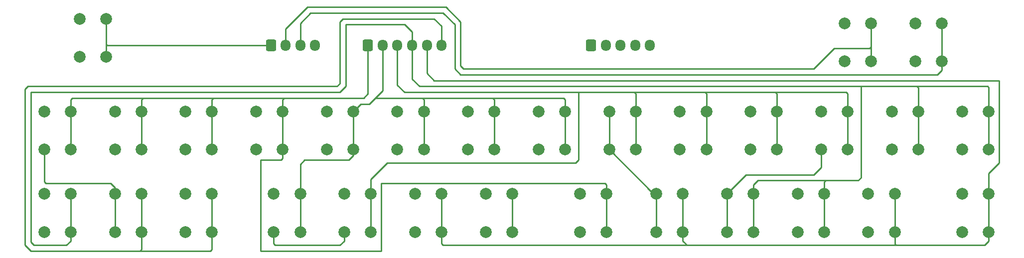
<source format=gbr>
%TF.GenerationSoftware,KiCad,Pcbnew,(6.0.8)*%
%TF.CreationDate,2022-12-29T22:24:49+02:00*%
%TF.ProjectId,mahjong_control_panel_small_with_service,6d61686a-6f6e-4675-9f63-6f6e74726f6c,rev?*%
%TF.SameCoordinates,Original*%
%TF.FileFunction,Copper,L1,Top*%
%TF.FilePolarity,Positive*%
%FSLAX46Y46*%
G04 Gerber Fmt 4.6, Leading zero omitted, Abs format (unit mm)*
G04 Created by KiCad (PCBNEW (6.0.8)) date 2022-12-29 22:24:49*
%MOMM*%
%LPD*%
G01*
G04 APERTURE LIST*
G04 Aperture macros list*
%AMRoundRect*
0 Rectangle with rounded corners*
0 $1 Rounding radius*
0 $2 $3 $4 $5 $6 $7 $8 $9 X,Y pos of 4 corners*
0 Add a 4 corners polygon primitive as box body*
4,1,4,$2,$3,$4,$5,$6,$7,$8,$9,$2,$3,0*
0 Add four circle primitives for the rounded corners*
1,1,$1+$1,$2,$3*
1,1,$1+$1,$4,$5*
1,1,$1+$1,$6,$7*
1,1,$1+$1,$8,$9*
0 Add four rect primitives between the rounded corners*
20,1,$1+$1,$2,$3,$4,$5,0*
20,1,$1+$1,$4,$5,$6,$7,0*
20,1,$1+$1,$6,$7,$8,$9,0*
20,1,$1+$1,$8,$9,$2,$3,0*%
G04 Aperture macros list end*
%TA.AperFunction,ComponentPad*%
%ADD10C,2.000000*%
%TD*%
%TA.AperFunction,ComponentPad*%
%ADD11RoundRect,0.250000X-0.600000X-0.725000X0.600000X-0.725000X0.600000X0.725000X-0.600000X0.725000X0*%
%TD*%
%TA.AperFunction,ComponentPad*%
%ADD12O,1.700000X1.950000*%
%TD*%
%TA.AperFunction,Conductor*%
%ADD13C,0.250000*%
%TD*%
G04 APERTURE END LIST*
D10*
%TO.P,LAST,1,C*%
%TO.N,COM4-7*%
X118750000Y-63250000D03*
X118750000Y-56750000D03*
%TO.P,LAST,2,D*%
%TO.N,KEY0-4*%
X123250000Y-56750000D03*
X123250000Y-63250000D03*
%TD*%
%TO.P,G,1,C*%
%TO.N,COM2-6*%
X99750000Y-42750000D03*
X99750000Y-49250000D03*
%TO.P,G,2,D*%
%TO.N,KEY1-5*%
X104250000Y-42750000D03*
X104250000Y-49250000D03*
%TD*%
%TO.P,WUP,1,C*%
%TO.N,COM4-7*%
X78750000Y-63250000D03*
X78750000Y-56750000D03*
%TO.P,WUP,2,D*%
%TO.N,KEY2-8*%
X83250000Y-56750000D03*
X83250000Y-63250000D03*
%TD*%
%TO.P,RON,1,C*%
%TO.N,COM2-6*%
X183750000Y-63250000D03*
X183750000Y-56750000D03*
%TO.P,RON,2,D*%
%TO.N,KEY4-11*%
X188250000Y-56750000D03*
X188250000Y-63250000D03*
%TD*%
%TO.P,A,1,C*%
%TO.N,COM0-3*%
X27750000Y-49250000D03*
X27750000Y-42750000D03*
%TO.P,A,2,D*%
%TO.N,KEY0-4*%
X32250000Y-49250000D03*
X32250000Y-42750000D03*
%TD*%
%TO.P,BIG,1,C*%
%TO.N,COM4-7*%
X90750000Y-56750000D03*
X90750000Y-63250000D03*
%TO.P,BIG,2,D*%
%TO.N,KEY4-11*%
X95250000Y-63250000D03*
X95250000Y-56750000D03*
%TD*%
%TO.P,H,1,C*%
%TO.N,COM3-10*%
X111750000Y-49250000D03*
X111750000Y-42750000D03*
%TO.P,H,2,D*%
%TO.N,KEY1-5*%
X116250000Y-42750000D03*
X116250000Y-49250000D03*
%TD*%
%TO.P,F.F.,1,C*%
%TO.N,COM4-7*%
X27750000Y-56750000D03*
X27750000Y-63250000D03*
%TO.P,F.F.,2,D*%
%TO.N,KEY3-9*%
X32250000Y-56750000D03*
X32250000Y-63250000D03*
%TD*%
D11*
%TO.P,J_3,1,Pin_1*%
%TO.N,Coin*%
X66250000Y-31475000D03*
D12*
%TO.P,J_3,2,Pin_2*%
%TO.N,Test*%
X68750000Y-31475000D03*
%TO.P,J_3,3,Pin_3*%
%TO.N,Service*%
X71250000Y-31475000D03*
%TO.P,J_3,4,Pin_4*%
%TO.N,GND*%
X73750000Y-31475000D03*
%TD*%
D10*
%TO.P,M,1,C*%
%TO.N,COM0-3*%
X171750000Y-42750000D03*
X171750000Y-49250000D03*
%TO.P,M,2,D*%
%TO.N,KEY3-9*%
X176250000Y-42750000D03*
X176250000Y-49250000D03*
%TD*%
%TO.P,TEST,1,C*%
%TO.N,GND*%
X163750000Y-34250000D03*
X163750000Y-27750000D03*
%TO.P,TEST,2,D*%
%TO.N,Test*%
X168250000Y-27750000D03*
X168250000Y-34250000D03*
%TD*%
%TO.P,SERVICE,1,C*%
%TO.N,GND*%
X175750000Y-34250000D03*
X175750000Y-27750000D03*
%TO.P,SERVICE,2,D*%
%TO.N,Service*%
X180250000Y-27750000D03*
X180250000Y-34250000D03*
%TD*%
%TO.P,CHI,1,C*%
%TO.N,COM2-6*%
X155750000Y-63250000D03*
X155750000Y-56750000D03*
%TO.P,CHI,2,D*%
%TO.N,KEY3-9*%
X160250000Y-63250000D03*
X160250000Y-56750000D03*
%TD*%
%TO.P,D,1,C*%
%TO.N,COM3-10*%
X63750000Y-49250000D03*
X63750000Y-42750000D03*
%TO.P,D,2,D*%
%TO.N,KEY0-4*%
X68250000Y-49250000D03*
X68250000Y-42750000D03*
%TD*%
%TO.P,K,1,C*%
%TO.N,COM2-6*%
X147750000Y-49250000D03*
X147750000Y-42750000D03*
%TO.P,K,2,D*%
%TO.N,KEY2-8*%
X152250000Y-49250000D03*
X152250000Y-42750000D03*
%TD*%
%TO.P,B,1,C*%
%TO.N,COM1-2*%
X39750000Y-49250000D03*
X39750000Y-42750000D03*
%TO.P,B,2,D*%
%TO.N,KEY0-4*%
X44250000Y-49250000D03*
X44250000Y-42750000D03*
%TD*%
%TO.P,N,1,C*%
%TO.N,COM1-2*%
X183750000Y-42750000D03*
X183750000Y-49250000D03*
%TO.P,N,2,D*%
%TO.N,KEY3-9*%
X188250000Y-42750000D03*
X188250000Y-49250000D03*
%TD*%
%TO.P,SMALL,1,C*%
%TO.N,COM4-7*%
X102750000Y-56750000D03*
X102750000Y-63250000D03*
%TO.P,SMALL,2,D*%
%TO.N,KEY5-1*%
X107250000Y-56750000D03*
X107250000Y-63250000D03*
%TD*%
%TO.P,START,1,C*%
%TO.N,COM0-3*%
X39750000Y-56750000D03*
X39750000Y-63250000D03*
%TO.P,START,2,D*%
%TO.N,KEY5-1*%
X44250000Y-63250000D03*
X44250000Y-56750000D03*
%TD*%
%TO.P,PON,1,C*%
%TO.N,COM3-10*%
X143750000Y-63250000D03*
X143750000Y-56750000D03*
%TO.P,PON,2,D*%
%TO.N,KEY3-9*%
X148250000Y-63250000D03*
X148250000Y-56750000D03*
%TD*%
D11*
%TO.P,KEY,1,Pin_1*%
%TO.N,KEY0-4*%
X82750000Y-31475000D03*
D12*
%TO.P,KEY,2,Pin_2*%
%TO.N,KEY1-5*%
X85250000Y-31475000D03*
%TO.P,KEY,3,Pin_3*%
%TO.N,KEY2-8*%
X87750000Y-31475000D03*
%TO.P,KEY,4,Pin_4*%
%TO.N,KEY3-9*%
X90250000Y-31475000D03*
%TO.P,KEY,5,Pin_5*%
%TO.N,KEY4-11*%
X92750000Y-31475000D03*
%TO.P,KEY,6,Pin_6*%
%TO.N,KEY5-1*%
X95250000Y-31475000D03*
%TD*%
D10*
%TO.P,TAKE,1,C*%
%TO.N,COM4-7*%
X66750000Y-63250000D03*
X66750000Y-56750000D03*
%TO.P,TAKE,2,D*%
%TO.N,KEY1-5*%
X71250000Y-63250000D03*
X71250000Y-56750000D03*
%TD*%
%TO.P,I,1,C*%
%TO.N,COM0-3*%
X123750000Y-42750000D03*
X123750000Y-49250000D03*
%TO.P,I,2,D*%
%TO.N,KEY2-8*%
X128250000Y-49250000D03*
X128250000Y-42750000D03*
%TD*%
%TO.P,COIN,1,C*%
%TO.N,GND*%
X33750000Y-33500000D03*
X33750000Y-27000000D03*
%TO.P,COIN,2,D*%
%TO.N,Coin*%
X38250000Y-27000000D03*
X38250000Y-33500000D03*
%TD*%
D11*
%TO.P,COM,1,Pin_1*%
%TO.N,COM0-3*%
X120650000Y-31500000D03*
D12*
%TO.P,COM,2,Pin_2*%
%TO.N,COM1-2*%
X123150000Y-31500000D03*
%TO.P,COM,3,Pin_3*%
%TO.N,COM2-6*%
X125650000Y-31500000D03*
%TO.P,COM,4,Pin_4*%
%TO.N,COM3-10*%
X128150000Y-31500000D03*
%TO.P,COM,5,Pin_5*%
%TO.N,COM4-7*%
X130650000Y-31500000D03*
%TD*%
D10*
%TO.P,BET,1,C*%
%TO.N,COM1-2*%
X51750000Y-63250000D03*
X51750000Y-56750000D03*
%TO.P,BET,2,D*%
%TO.N,KEY5-1*%
X56250000Y-63250000D03*
X56250000Y-56750000D03*
%TD*%
%TO.P,C,1,C*%
%TO.N,COM2-6*%
X51750000Y-42750000D03*
X51750000Y-49250000D03*
%TO.P,C,2,D*%
%TO.N,KEY0-4*%
X56250000Y-42750000D03*
X56250000Y-49250000D03*
%TD*%
%TO.P,F,1,C*%
%TO.N,COM1-2*%
X87750000Y-49250000D03*
X87750000Y-42750000D03*
%TO.P,F,2,D*%
%TO.N,KEY1-5*%
X92250000Y-49250000D03*
X92250000Y-42750000D03*
%TD*%
%TO.P,E,1,C*%
%TO.N,COM0-3*%
X75750000Y-42750000D03*
X75750000Y-49250000D03*
%TO.P,E,2,D*%
%TO.N,KEY1-5*%
X80250000Y-42750000D03*
X80250000Y-49250000D03*
%TD*%
%TO.P,J,1,C*%
%TO.N,COM1-2*%
X135750000Y-42750000D03*
X135750000Y-49250000D03*
%TO.P,J,2,D*%
%TO.N,KEY2-8*%
X140250000Y-42750000D03*
X140250000Y-49250000D03*
%TD*%
%TO.P,KAN,1,C*%
%TO.N,COM0-3*%
X131750000Y-56750000D03*
X131750000Y-63250000D03*
%TO.P,KAN,2,D*%
%TO.N,KEY4-11*%
X136250000Y-63250000D03*
X136250000Y-56750000D03*
%TD*%
%TO.P,RIICHI,1,C*%
%TO.N,COM1-2*%
X167750000Y-63250000D03*
X167750000Y-56750000D03*
%TO.P,RIICHI,2,D*%
%TO.N,KEY4-11*%
X172250000Y-63250000D03*
X172250000Y-56750000D03*
%TD*%
%TO.P,L,1,C*%
%TO.N,COM3-10*%
X159750000Y-42750000D03*
X159750000Y-49250000D03*
%TO.P,L,2,D*%
%TO.N,KEY2-8*%
X164250000Y-42750000D03*
X164250000Y-49250000D03*
%TD*%
D13*
%TO.N,Coin*%
X38475000Y-31475000D02*
X38250000Y-31250000D01*
X38250000Y-33500000D02*
X38250000Y-31250000D01*
X38250000Y-31250000D02*
X38250000Y-27000000D01*
X66250000Y-31475000D02*
X38475000Y-31475000D01*
%TO.N,Test*%
X162000000Y-32000000D02*
X158500000Y-35500000D01*
X168000000Y-32000000D02*
X162000000Y-32000000D01*
X68750000Y-28750000D02*
X68750000Y-31475000D01*
X72500000Y-25000000D02*
X68750000Y-28750000D01*
X168250000Y-31750000D02*
X168000000Y-32000000D01*
X168250000Y-27750000D02*
X168250000Y-31750000D01*
X98500000Y-27500000D02*
X96000000Y-25000000D01*
X96000000Y-25000000D02*
X72500000Y-25000000D01*
X158500000Y-35500000D02*
X99000000Y-35500000D01*
X168250000Y-31750000D02*
X168250000Y-34250000D01*
X99000000Y-35500000D02*
X98500000Y-35000000D01*
X98500000Y-35000000D02*
X98500000Y-27500000D01*
%TO.N,KEY5-1*%
X44250000Y-66250000D02*
X44000000Y-66500000D01*
X78000000Y-27500000D02*
X78500000Y-27000000D01*
X56250000Y-56750000D02*
X56250000Y-63250000D01*
X44250000Y-56750000D02*
X44250000Y-63250000D01*
X56250000Y-66250000D02*
X56000000Y-66500000D01*
X25500000Y-66500000D02*
X24500000Y-65500000D01*
X24500000Y-39000000D02*
X25000000Y-38500000D01*
X78000000Y-38000000D02*
X78000000Y-27500000D01*
X44250000Y-63250000D02*
X44250000Y-66250000D01*
X44000000Y-66500000D02*
X25500000Y-66500000D01*
X25000000Y-38500000D02*
X77500000Y-38500000D01*
X107250000Y-63250000D02*
X107250000Y-56750000D01*
X95250000Y-28250000D02*
X95250000Y-31475000D01*
X56000000Y-66500000D02*
X44000000Y-66500000D01*
X77500000Y-38500000D02*
X78000000Y-38000000D01*
X78500000Y-27000000D02*
X94000000Y-27000000D01*
X56250000Y-63250000D02*
X56250000Y-66250000D01*
X94000000Y-27000000D02*
X95250000Y-28250000D01*
X24500000Y-65500000D02*
X24500000Y-39000000D01*
%TO.N,KEY4-11*%
X172250000Y-65250000D02*
X172500000Y-65500000D01*
X95250000Y-63250000D02*
X95250000Y-65250000D01*
X188250000Y-63250000D02*
X188250000Y-56750000D01*
X188250000Y-56750000D02*
X188250000Y-53250000D01*
X138000000Y-65500000D02*
X172500000Y-65500000D01*
X172500000Y-65500000D02*
X187500000Y-65500000D01*
X187500000Y-65500000D02*
X188250000Y-64750000D01*
X95500000Y-65500000D02*
X138000000Y-65500000D01*
X95250000Y-56750000D02*
X95250000Y-63250000D01*
X136250000Y-56750000D02*
X136250000Y-63250000D01*
X137000000Y-65500000D02*
X138000000Y-65500000D01*
X188250000Y-53250000D02*
X190000000Y-51500000D01*
X190000000Y-51500000D02*
X190000000Y-37500000D01*
X94000000Y-37500000D02*
X92750000Y-36250000D01*
X188250000Y-64750000D02*
X188250000Y-63250000D01*
X92750000Y-36250000D02*
X92750000Y-31475000D01*
X95250000Y-65250000D02*
X95500000Y-65500000D01*
X136250000Y-64750000D02*
X137000000Y-65500000D01*
X172250000Y-56750000D02*
X172250000Y-63250000D01*
X136250000Y-63250000D02*
X136250000Y-64750000D01*
X172250000Y-63250000D02*
X172250000Y-65250000D01*
X190000000Y-37500000D02*
X94000000Y-37500000D01*
%TO.N,KEY3-9*%
X160250000Y-56750000D02*
X160250000Y-54750000D01*
X176250000Y-38750000D02*
X176000000Y-38500000D01*
X160250000Y-63250000D02*
X160250000Y-56750000D01*
X79000000Y-38500000D02*
X79000000Y-28000000D01*
X78000000Y-39500000D02*
X79000000Y-38500000D01*
X160250000Y-54750000D02*
X160500000Y-54500000D01*
X188250000Y-49250000D02*
X188250000Y-42750000D01*
X90250000Y-37250000D02*
X90250000Y-31475000D01*
X25500000Y-65000000D02*
X25500000Y-39500000D01*
X31500000Y-65500000D02*
X26000000Y-65500000D01*
X188250000Y-42750000D02*
X188250000Y-38750000D01*
X26000000Y-65500000D02*
X25500000Y-65000000D01*
X188000000Y-38500000D02*
X172000000Y-38500000D01*
X160500000Y-54500000D02*
X166000000Y-54500000D01*
X79000000Y-28000000D02*
X89000000Y-28000000D01*
X91500000Y-38500000D02*
X90250000Y-37250000D01*
X32250000Y-56750000D02*
X32250000Y-63250000D01*
X148250000Y-63250000D02*
X148250000Y-56750000D01*
X188250000Y-38750000D02*
X188000000Y-38500000D01*
X32250000Y-63250000D02*
X32250000Y-64750000D01*
X166500000Y-54000000D02*
X166500000Y-38500000D01*
X25500000Y-39500000D02*
X78000000Y-39500000D01*
X176250000Y-42750000D02*
X176250000Y-38750000D01*
X148250000Y-55250000D02*
X149000000Y-54500000D01*
X166000000Y-54500000D02*
X166500000Y-54000000D01*
X166500000Y-38500000D02*
X91500000Y-38500000D01*
X176250000Y-49250000D02*
X176250000Y-42750000D01*
X90250000Y-29250000D02*
X90250000Y-31475000D01*
X148250000Y-56750000D02*
X148250000Y-55250000D01*
X32250000Y-64750000D02*
X31500000Y-65500000D01*
X176000000Y-38500000D02*
X166500000Y-38500000D01*
X89000000Y-28000000D02*
X90250000Y-29250000D01*
X149000000Y-54500000D02*
X160500000Y-54500000D01*
%TO.N,KEY2-8*%
X126000000Y-39500000D02*
X118500000Y-39500000D01*
X118000000Y-51500000D02*
X118500000Y-51000000D01*
X140250000Y-49250000D02*
X140250000Y-42750000D01*
X86000000Y-51500000D02*
X118000000Y-51500000D01*
X128250000Y-42750000D02*
X128250000Y-39750000D01*
X152250000Y-49250000D02*
X152250000Y-42750000D01*
X83250000Y-63250000D02*
X83250000Y-56750000D01*
X128000000Y-39500000D02*
X126000000Y-39500000D01*
X140250000Y-42750000D02*
X140250000Y-39750000D01*
X150000000Y-39500000D02*
X136000000Y-39500000D01*
X164250000Y-49250000D02*
X164250000Y-42750000D01*
X152000000Y-39500000D02*
X150000000Y-39500000D01*
X140000000Y-39500000D02*
X136000000Y-39500000D01*
X152250000Y-39750000D02*
X152000000Y-39500000D01*
X89000000Y-39500000D02*
X87750000Y-38250000D01*
X118500000Y-51000000D02*
X118500000Y-39500000D01*
X140250000Y-39750000D02*
X140000000Y-39500000D01*
X136000000Y-39500000D02*
X126000000Y-39500000D01*
X83250000Y-56750000D02*
X83250000Y-54250000D01*
X128250000Y-49250000D02*
X128250000Y-42750000D01*
X164250000Y-42750000D02*
X164250000Y-39750000D01*
X152250000Y-42750000D02*
X152250000Y-39750000D01*
X87750000Y-38250000D02*
X87750000Y-31475000D01*
X118500000Y-39500000D02*
X89000000Y-39500000D01*
X164000000Y-39500000D02*
X150000000Y-39500000D01*
X164250000Y-39750000D02*
X164000000Y-39500000D01*
X128250000Y-39750000D02*
X128000000Y-39500000D01*
X83250000Y-54250000D02*
X86000000Y-51500000D01*
%TO.N,KEY1-5*%
X116250000Y-42750000D02*
X116250000Y-40750000D01*
X72000000Y-51000000D02*
X79500000Y-51000000D01*
X85250000Y-39250000D02*
X85250000Y-31475000D01*
X104250000Y-40750000D02*
X104000000Y-40500000D01*
X104000000Y-40500000D02*
X101500000Y-40500000D01*
X80250000Y-42750000D02*
X81500000Y-41500000D01*
X92000000Y-40500000D02*
X84000000Y-40500000D01*
X71250000Y-56750000D02*
X71250000Y-51750000D01*
X79500000Y-51000000D02*
X80250000Y-50250000D01*
X80250000Y-49250000D02*
X80250000Y-42750000D01*
X116250000Y-40750000D02*
X116000000Y-40500000D01*
X104250000Y-42750000D02*
X104250000Y-40750000D01*
X116000000Y-40500000D02*
X101500000Y-40500000D01*
X101500000Y-40500000D02*
X91000000Y-40500000D01*
X80250000Y-50250000D02*
X80250000Y-49250000D01*
X71250000Y-63250000D02*
X71250000Y-56750000D01*
X81500000Y-41500000D02*
X83000000Y-41500000D01*
X84000000Y-40500000D02*
X85250000Y-39250000D01*
X92250000Y-49250000D02*
X92250000Y-42750000D01*
X83000000Y-41500000D02*
X84000000Y-40500000D01*
X92250000Y-42750000D02*
X92250000Y-40750000D01*
X116250000Y-49250000D02*
X116250000Y-42750000D01*
X92250000Y-40750000D02*
X92000000Y-40500000D01*
X104250000Y-49250000D02*
X104250000Y-42750000D01*
X71250000Y-51750000D02*
X72000000Y-51000000D01*
%TO.N,KEY0-4*%
X32250000Y-42750000D02*
X32250000Y-40750000D01*
X68250000Y-49250000D02*
X68250000Y-42750000D01*
X82000000Y-40500000D02*
X82750000Y-39750000D01*
X68250000Y-49250000D02*
X68250000Y-50750000D01*
X44500000Y-40500000D02*
X56500000Y-40500000D01*
X44250000Y-42750000D02*
X44250000Y-40750000D01*
X85000000Y-55000000D02*
X123000000Y-55000000D01*
X123250000Y-56750000D02*
X123250000Y-63250000D01*
X56250000Y-42750000D02*
X56250000Y-40750000D01*
X44250000Y-40750000D02*
X44500000Y-40500000D01*
X64500000Y-66500000D02*
X85000000Y-66500000D01*
X56500000Y-40500000D02*
X82000000Y-40500000D01*
X123000000Y-55000000D02*
X123250000Y-55250000D01*
X32500000Y-40500000D02*
X44500000Y-40500000D01*
X85000000Y-66500000D02*
X85000000Y-55000000D01*
X82750000Y-39750000D02*
X82750000Y-31475000D01*
X68250000Y-42750000D02*
X68250000Y-40750000D01*
X56250000Y-49250000D02*
X56250000Y-42750000D01*
X123250000Y-55250000D02*
X123250000Y-56750000D01*
X64500000Y-51000000D02*
X64500000Y-66500000D01*
X68000000Y-51000000D02*
X64500000Y-51000000D01*
X32250000Y-49250000D02*
X32250000Y-42750000D01*
X56250000Y-40750000D02*
X56500000Y-40500000D01*
X32250000Y-40750000D02*
X32500000Y-40500000D01*
X68250000Y-40750000D02*
X68500000Y-40500000D01*
X44250000Y-49250000D02*
X44250000Y-42750000D01*
X68250000Y-50750000D02*
X68000000Y-51000000D01*
%TO.N,COM4-7*%
X66750000Y-63250000D02*
X66750000Y-65250000D01*
X78000000Y-65500000D02*
X78750000Y-64750000D01*
X66750000Y-65250000D02*
X67000000Y-65500000D01*
X67000000Y-65500000D02*
X78000000Y-65500000D01*
X78750000Y-64750000D02*
X78750000Y-63250000D01*
%TO.N,COM3-10*%
X159750000Y-52250000D02*
X159750000Y-49250000D01*
X143750000Y-56750000D02*
X147000000Y-53500000D01*
X147000000Y-53500000D02*
X158500000Y-53500000D01*
X158500000Y-53500000D02*
X159750000Y-52250000D01*
X143750000Y-63250000D02*
X143750000Y-56750000D01*
%TO.N,COM0-3*%
X131250000Y-56750000D02*
X131750000Y-56750000D01*
X27750000Y-54750000D02*
X28000000Y-55000000D01*
X28000000Y-55000000D02*
X39000000Y-55000000D01*
X39750000Y-56750000D02*
X39750000Y-63250000D01*
X131750000Y-56750000D02*
X131750000Y-63250000D01*
X123750000Y-49250000D02*
X131250000Y-56750000D01*
X27750000Y-49250000D02*
X27750000Y-54750000D01*
X123750000Y-42750000D02*
X123750000Y-49250000D01*
X39750000Y-55750000D02*
X39750000Y-56750000D01*
X39000000Y-55000000D02*
X39750000Y-55750000D01*
%TO.N,Service*%
X180250000Y-35750000D02*
X179500000Y-36500000D01*
X73000000Y-26000000D02*
X71250000Y-27750000D01*
X179500000Y-36500000D02*
X98500000Y-36500000D01*
X180250000Y-34250000D02*
X180250000Y-35750000D01*
X71250000Y-27750000D02*
X71250000Y-31475000D01*
X97500000Y-35500000D02*
X97500000Y-28000000D01*
X97500000Y-28000000D02*
X95500000Y-26000000D01*
X180250000Y-27750000D02*
X180250000Y-34250000D01*
X95500000Y-26000000D02*
X73000000Y-26000000D01*
X98500000Y-36500000D02*
X97500000Y-35500000D01*
%TD*%
M02*

</source>
